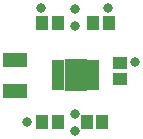
<source format=gts>
G04*
G04 #@! TF.GenerationSoftware,Altium Limited,Altium Designer,20.0.2 (26)*
G04*
G04 Layer_Color=8388736*
%FSLAX25Y25*%
%MOIN*%
G70*
G01*
G75*
%ADD21R,0.04737X0.04343*%
%ADD22R,0.03950X0.01981*%
%ADD23R,0.07690X0.10642*%
%ADD24R,0.04343X0.04737*%
%ADD25R,0.07887X0.05131*%
%ADD26R,0.04147X0.04540*%
%ADD27C,0.03162*%
D21*
X429500Y284157D02*
D03*
Y278842D02*
D03*
D22*
X408689Y284000D02*
D03*
Y282031D02*
D03*
Y280063D02*
D03*
Y278095D02*
D03*
Y276126D02*
D03*
X420500D02*
D03*
Y278095D02*
D03*
Y280063D02*
D03*
Y282031D02*
D03*
Y284000D02*
D03*
D23*
X414595Y280063D02*
D03*
D24*
X425658Y297500D02*
D03*
X420342D02*
D03*
X403342D02*
D03*
X408658D02*
D03*
Y264500D02*
D03*
X403342D02*
D03*
D25*
X394500Y285118D02*
D03*
Y274882D02*
D03*
D26*
X418382Y264500D02*
D03*
X423500D02*
D03*
D27*
X414500Y261500D02*
D03*
Y267000D02*
D03*
Y296500D02*
D03*
Y302000D02*
D03*
Y282842D02*
D03*
Y278000D02*
D03*
X398500Y264500D02*
D03*
X434500Y284500D02*
D03*
X425500Y302500D02*
D03*
X403000D02*
D03*
M02*

</source>
